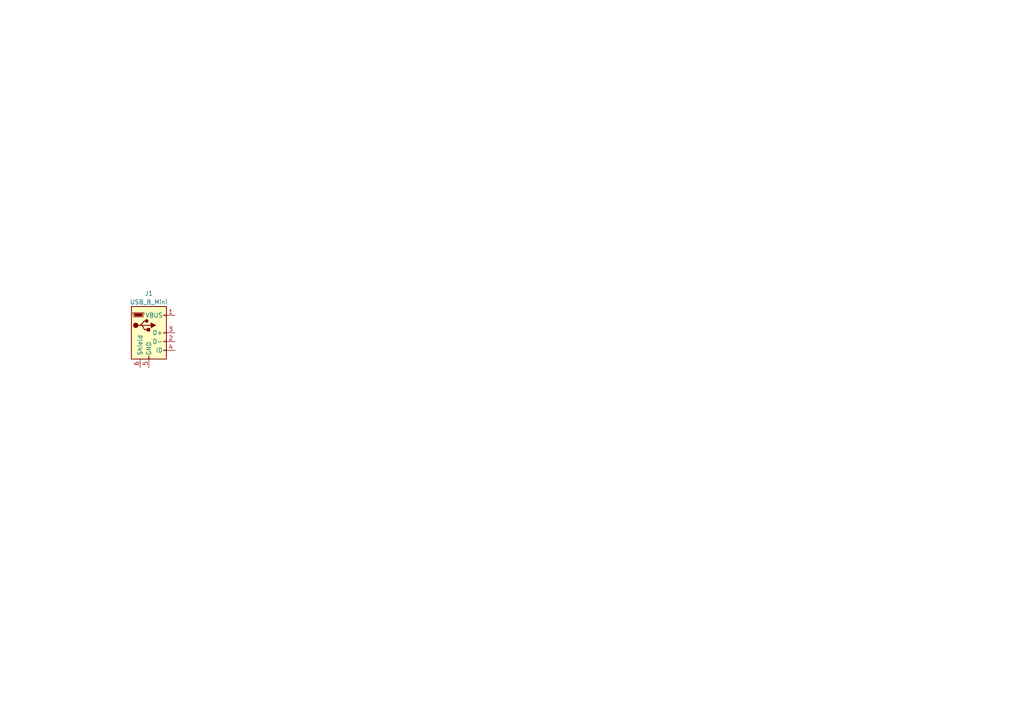
<source format=kicad_sch>
(kicad_sch (version 20230121) (generator eeschema)
  (paper "A4")
  (lib_symbols
    (symbol "Connector:USB_B_Mini" (pin_names (offset 1.016))
      (property "Reference" "J" (at -5.08 11.43 0))
      (property "Value" "USB_B_Mini" (at -5.08 8.89 0))
      (symbol "USB_B_Mini_0_1"
        (rectangle (start -5.08 -7.62) (end 5.08 7.62) (stroke (width 0.254)) (fill (type background)))
        (circle (center -3.81 2.159) (radius 0.635) (stroke (width 0.254)) (fill (type outline)))
        (circle (center -0.635 3.429) (radius 0.381) (stroke (width 0.254)) (fill (type outline)))
        (rectangle (start -0.127 -7.62) (end 0.127 -6.858))
        (polyline (pts (xy -1.905 2.159) (xy 0.635 2.159)) (stroke (width 0.254)))
        (polyline (pts (xy -3.175 2.159) (xy -2.54 2.159) (xy -1.27 3.429) (xy -0.635 3.429)) (stroke (width 0.254)))
        (polyline (pts (xy -2.54 2.159) (xy -1.905 2.159) (xy -1.27 0.889) (xy 0 0.889)) (stroke (width 0.254)))
        (polyline (pts (xy 0.635 2.794) (xy 0.635 1.524) (xy 1.905 2.159) (xy 0.635 2.794)) (stroke (width 0.254)) (fill (type outline)))
        (polyline (pts (xy -4.318 5.588) (xy -1.778 5.588) (xy -2.032 4.826) (xy -4.064 4.826) (xy -4.318 5.588)) (fill (type outline)))
        (polyline (pts (xy -4.699 5.842) (xy -4.699 5.588) (xy -4.445 4.826) (xy -4.445 4.572) (xy -1.651 4.572) (xy -1.651 4.826) (xy -1.397 5.588) (xy -1.397 5.842) (xy -4.699 5.842)))
        (rectangle (start 0.254 1.27) (end -0.508 0.508) (stroke (width 0.254)) (fill (type outline)))
        (rectangle (start 5.08 -5.207) (end 4.318 -4.953))
        (rectangle (start 5.08 -2.667) (end 4.318 -2.413))
        (rectangle (start 5.08 -0.127) (end 4.318 0.127))
        (rectangle (start 5.08 4.953) (end 4.318 5.207))
      )
      (symbol "USB_B_Mini_1_1"
        (pin power_out line (at 7.62 5.08 180) (length 2.54) (name "VBUS") (number "1"))
        (pin bidirectional line (at 7.62 -2.54 180) (length 2.54) (name "D-") (number "2"))
        (pin bidirectional line (at 7.62 0 180) (length 2.54) (name "D+") (number "3"))
        (pin passive line (at 7.62 -5.08 180) (length 2.54) (name "ID") (number "4"))
        (pin power_out line (at 0 -10.16 90) (length 2.54) (name "GND") (number "5"))
        (pin passive line (at -2.54 -10.16 90) (length 2.54) (name "Shield") (number "6"))
      )
    )
  )
  (symbol (lib_id "Connector:USB_B_Mini") (at 43.18 96.52 0) (unit 1)
    (property "Reference" "J1" (at 43.18 85.09 0))
    (property "Value" "USB_B_Mini" (at 43.18 87.63 0))
  )
)
</source>
